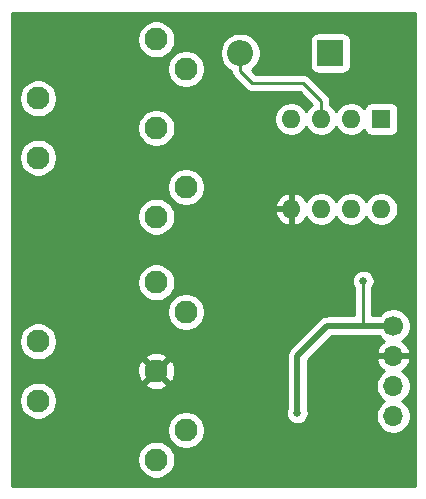
<source format=gbr>
G04 #@! TF.GenerationSoftware,KiCad,Pcbnew,5.1.5-52549c5~84~ubuntu18.04.1*
G04 #@! TF.CreationDate,2020-03-04T13:04:20-05:00*
G04 #@! TF.ProjectId,midi_io,6d696469-5f69-46f2-9e6b-696361645f70,1*
G04 #@! TF.SameCoordinates,Original*
G04 #@! TF.FileFunction,Copper,L2,Bot*
G04 #@! TF.FilePolarity,Positive*
%FSLAX46Y46*%
G04 Gerber Fmt 4.6, Leading zero omitted, Abs format (unit mm)*
G04 Created by KiCad (PCBNEW 5.1.5-52549c5~84~ubuntu18.04.1) date 2020-03-04 13:04:20*
%MOMM*%
%LPD*%
G04 APERTURE LIST*
%ADD10C,1.950000*%
%ADD11O,1.700000X1.700000*%
%ADD12C,1.700000*%
%ADD13O,2.200000X2.200000*%
%ADD14R,2.200000X2.200000*%
%ADD15O,1.600000X1.600000*%
%ADD16R,1.600000X1.600000*%
%ADD17C,0.660400*%
%ADD18C,0.254000*%
%ADD19C,0.508000*%
G04 APERTURE END LIST*
D10*
X134272000Y-112863000D03*
X134272000Y-107863000D03*
X144272000Y-102863000D03*
X146772000Y-105363000D03*
X144272000Y-117863000D03*
X146772000Y-115363000D03*
X144272000Y-110363000D03*
X134272000Y-92289000D03*
X134272000Y-87289000D03*
X144272000Y-82289000D03*
X146772000Y-84789000D03*
X144272000Y-97289000D03*
X146772000Y-94789000D03*
X144272000Y-89789000D03*
D11*
X164338000Y-114173000D03*
X164338000Y-111633000D03*
X164338000Y-109093000D03*
D12*
X164338000Y-106553000D03*
D13*
X151384000Y-83439000D03*
D14*
X159004000Y-83439000D03*
D15*
X163322000Y-96647000D03*
X155702000Y-89027000D03*
X160782000Y-96647000D03*
X158242000Y-89027000D03*
X158242000Y-96647000D03*
X160782000Y-89027000D03*
X155702000Y-96647000D03*
D16*
X163322000Y-89027000D03*
D17*
X161798000Y-102743000D03*
X156210000Y-113919000D03*
D18*
X152368366Y-85979000D02*
X156718000Y-85979000D01*
X158242000Y-87503000D02*
X158242000Y-89027000D01*
X156718000Y-85979000D02*
X158242000Y-87503000D01*
X151384000Y-83439000D02*
X151384000Y-84994634D01*
X151384000Y-84994634D02*
X152368366Y-85979000D01*
D19*
X164338000Y-106553000D02*
X161798000Y-106553000D01*
D18*
X161798000Y-106553000D02*
X161797994Y-106552994D01*
X161798000Y-106553000D02*
X161798000Y-102743000D01*
D19*
X156210000Y-109093000D02*
X156210000Y-113919000D01*
X161798000Y-106553000D02*
X158750000Y-106553000D01*
X158750000Y-106553000D02*
X156210000Y-109093000D01*
D18*
G36*
X166168000Y-120067000D02*
G01*
X132028000Y-120067000D01*
X132028000Y-117704429D01*
X142662000Y-117704429D01*
X142662000Y-118021571D01*
X142723871Y-118332620D01*
X142845237Y-118625621D01*
X143021431Y-118889315D01*
X143245685Y-119113569D01*
X143509379Y-119289763D01*
X143802380Y-119411129D01*
X144113429Y-119473000D01*
X144430571Y-119473000D01*
X144741620Y-119411129D01*
X145034621Y-119289763D01*
X145298315Y-119113569D01*
X145522569Y-118889315D01*
X145698763Y-118625621D01*
X145820129Y-118332620D01*
X145882000Y-118021571D01*
X145882000Y-117704429D01*
X145820129Y-117393380D01*
X145698763Y-117100379D01*
X145522569Y-116836685D01*
X145298315Y-116612431D01*
X145034621Y-116436237D01*
X144741620Y-116314871D01*
X144430571Y-116253000D01*
X144113429Y-116253000D01*
X143802380Y-116314871D01*
X143509379Y-116436237D01*
X143245685Y-116612431D01*
X143021431Y-116836685D01*
X142845237Y-117100379D01*
X142723871Y-117393380D01*
X142662000Y-117704429D01*
X132028000Y-117704429D01*
X132028000Y-115204429D01*
X145162000Y-115204429D01*
X145162000Y-115521571D01*
X145223871Y-115832620D01*
X145345237Y-116125621D01*
X145521431Y-116389315D01*
X145745685Y-116613569D01*
X146009379Y-116789763D01*
X146302380Y-116911129D01*
X146613429Y-116973000D01*
X146930571Y-116973000D01*
X147241620Y-116911129D01*
X147534621Y-116789763D01*
X147798315Y-116613569D01*
X148022569Y-116389315D01*
X148198763Y-116125621D01*
X148320129Y-115832620D01*
X148382000Y-115521571D01*
X148382000Y-115204429D01*
X148320129Y-114893380D01*
X148198763Y-114600379D01*
X148022569Y-114336685D01*
X147798315Y-114112431D01*
X147534621Y-113936237D01*
X147263505Y-113823936D01*
X155244800Y-113823936D01*
X155244800Y-114014064D01*
X155281892Y-114200538D01*
X155354651Y-114376194D01*
X155460280Y-114534279D01*
X155594721Y-114668720D01*
X155752806Y-114774349D01*
X155928462Y-114847108D01*
X156114936Y-114884200D01*
X156305064Y-114884200D01*
X156491538Y-114847108D01*
X156667194Y-114774349D01*
X156825279Y-114668720D01*
X156959720Y-114534279D01*
X157065349Y-114376194D01*
X157138108Y-114200538D01*
X157175200Y-114014064D01*
X157175200Y-113823936D01*
X157138108Y-113637462D01*
X157099000Y-113543047D01*
X157099000Y-111486740D01*
X162853000Y-111486740D01*
X162853000Y-111779260D01*
X162910068Y-112066158D01*
X163022010Y-112336411D01*
X163184525Y-112579632D01*
X163391368Y-112786475D01*
X163565760Y-112903000D01*
X163391368Y-113019525D01*
X163184525Y-113226368D01*
X163022010Y-113469589D01*
X162910068Y-113739842D01*
X162853000Y-114026740D01*
X162853000Y-114319260D01*
X162910068Y-114606158D01*
X163022010Y-114876411D01*
X163184525Y-115119632D01*
X163391368Y-115326475D01*
X163634589Y-115488990D01*
X163904842Y-115600932D01*
X164191740Y-115658000D01*
X164484260Y-115658000D01*
X164771158Y-115600932D01*
X165041411Y-115488990D01*
X165284632Y-115326475D01*
X165491475Y-115119632D01*
X165653990Y-114876411D01*
X165765932Y-114606158D01*
X165823000Y-114319260D01*
X165823000Y-114026740D01*
X165765932Y-113739842D01*
X165653990Y-113469589D01*
X165491475Y-113226368D01*
X165284632Y-113019525D01*
X165110240Y-112903000D01*
X165284632Y-112786475D01*
X165491475Y-112579632D01*
X165653990Y-112336411D01*
X165765932Y-112066158D01*
X165823000Y-111779260D01*
X165823000Y-111486740D01*
X165765932Y-111199842D01*
X165653990Y-110929589D01*
X165491475Y-110686368D01*
X165284632Y-110479525D01*
X165102466Y-110357805D01*
X165219355Y-110288178D01*
X165435588Y-110093269D01*
X165609641Y-109859920D01*
X165734825Y-109597099D01*
X165779476Y-109449890D01*
X165658155Y-109220000D01*
X164465000Y-109220000D01*
X164465000Y-109240000D01*
X164211000Y-109240000D01*
X164211000Y-109220000D01*
X163017845Y-109220000D01*
X162896524Y-109449890D01*
X162941175Y-109597099D01*
X163066359Y-109859920D01*
X163240412Y-110093269D01*
X163456645Y-110288178D01*
X163573534Y-110357805D01*
X163391368Y-110479525D01*
X163184525Y-110686368D01*
X163022010Y-110929589D01*
X162910068Y-111199842D01*
X162853000Y-111486740D01*
X157099000Y-111486740D01*
X157099000Y-109461235D01*
X159118236Y-107442000D01*
X163146017Y-107442000D01*
X163184525Y-107499632D01*
X163391368Y-107706475D01*
X163573534Y-107828195D01*
X163456645Y-107897822D01*
X163240412Y-108092731D01*
X163066359Y-108326080D01*
X162941175Y-108588901D01*
X162896524Y-108736110D01*
X163017845Y-108966000D01*
X164211000Y-108966000D01*
X164211000Y-108946000D01*
X164465000Y-108946000D01*
X164465000Y-108966000D01*
X165658155Y-108966000D01*
X165779476Y-108736110D01*
X165734825Y-108588901D01*
X165609641Y-108326080D01*
X165435588Y-108092731D01*
X165219355Y-107897822D01*
X165102466Y-107828195D01*
X165284632Y-107706475D01*
X165491475Y-107499632D01*
X165653990Y-107256411D01*
X165765932Y-106986158D01*
X165823000Y-106699260D01*
X165823000Y-106406740D01*
X165765932Y-106119842D01*
X165653990Y-105849589D01*
X165491475Y-105606368D01*
X165284632Y-105399525D01*
X165041411Y-105237010D01*
X164771158Y-105125068D01*
X164484260Y-105068000D01*
X164191740Y-105068000D01*
X163904842Y-105125068D01*
X163634589Y-105237010D01*
X163391368Y-105399525D01*
X163184525Y-105606368D01*
X163146017Y-105664000D01*
X162560000Y-105664000D01*
X162560000Y-103339901D01*
X162653349Y-103200194D01*
X162726108Y-103024538D01*
X162763200Y-102838064D01*
X162763200Y-102647936D01*
X162726108Y-102461462D01*
X162653349Y-102285806D01*
X162547720Y-102127721D01*
X162413279Y-101993280D01*
X162255194Y-101887651D01*
X162079538Y-101814892D01*
X161893064Y-101777800D01*
X161702936Y-101777800D01*
X161516462Y-101814892D01*
X161340806Y-101887651D01*
X161182721Y-101993280D01*
X161048280Y-102127721D01*
X160942651Y-102285806D01*
X160869892Y-102461462D01*
X160832800Y-102647936D01*
X160832800Y-102838064D01*
X160869892Y-103024538D01*
X160942651Y-103200194D01*
X161036001Y-103339902D01*
X161036000Y-105664000D01*
X158793659Y-105664000D01*
X158749999Y-105659700D01*
X158706339Y-105664000D01*
X158706333Y-105664000D01*
X158608924Y-105673594D01*
X158575724Y-105676864D01*
X158474058Y-105707704D01*
X158408149Y-105727697D01*
X158253709Y-105810247D01*
X158118341Y-105921341D01*
X158090506Y-105955258D01*
X155612264Y-108433501D01*
X155578341Y-108461341D01*
X155467247Y-108596710D01*
X155384697Y-108751150D01*
X155333864Y-108918727D01*
X155321000Y-109049334D01*
X155321000Y-109049340D01*
X155316700Y-109093000D01*
X155321000Y-109136660D01*
X155321001Y-113543045D01*
X155281892Y-113637462D01*
X155244800Y-113823936D01*
X147263505Y-113823936D01*
X147241620Y-113814871D01*
X146930571Y-113753000D01*
X146613429Y-113753000D01*
X146302380Y-113814871D01*
X146009379Y-113936237D01*
X145745685Y-114112431D01*
X145521431Y-114336685D01*
X145345237Y-114600379D01*
X145223871Y-114893380D01*
X145162000Y-115204429D01*
X132028000Y-115204429D01*
X132028000Y-112704429D01*
X132662000Y-112704429D01*
X132662000Y-113021571D01*
X132723871Y-113332620D01*
X132845237Y-113625621D01*
X133021431Y-113889315D01*
X133245685Y-114113569D01*
X133509379Y-114289763D01*
X133802380Y-114411129D01*
X134113429Y-114473000D01*
X134430571Y-114473000D01*
X134741620Y-114411129D01*
X135034621Y-114289763D01*
X135298315Y-114113569D01*
X135522569Y-113889315D01*
X135698763Y-113625621D01*
X135820129Y-113332620D01*
X135882000Y-113021571D01*
X135882000Y-112704429D01*
X135820129Y-112393380D01*
X135698763Y-112100379D01*
X135522569Y-111836685D01*
X135298315Y-111612431D01*
X135100992Y-111480584D01*
X143334021Y-111480584D01*
X143426766Y-111742429D01*
X143712120Y-111880820D01*
X144018990Y-111960883D01*
X144335584Y-111979540D01*
X144649733Y-111936074D01*
X144949367Y-111832156D01*
X145117234Y-111742429D01*
X145209979Y-111480584D01*
X144272000Y-110542605D01*
X143334021Y-111480584D01*
X135100992Y-111480584D01*
X135034621Y-111436237D01*
X134741620Y-111314871D01*
X134430571Y-111253000D01*
X134113429Y-111253000D01*
X133802380Y-111314871D01*
X133509379Y-111436237D01*
X133245685Y-111612431D01*
X133021431Y-111836685D01*
X132845237Y-112100379D01*
X132723871Y-112393380D01*
X132662000Y-112704429D01*
X132028000Y-112704429D01*
X132028000Y-110426584D01*
X142655460Y-110426584D01*
X142698926Y-110740733D01*
X142802844Y-111040367D01*
X142892571Y-111208234D01*
X143154416Y-111300979D01*
X144092395Y-110363000D01*
X144451605Y-110363000D01*
X145389584Y-111300979D01*
X145651429Y-111208234D01*
X145789820Y-110922880D01*
X145869883Y-110616010D01*
X145888540Y-110299416D01*
X145845074Y-109985267D01*
X145741156Y-109685633D01*
X145651429Y-109517766D01*
X145389584Y-109425021D01*
X144451605Y-110363000D01*
X144092395Y-110363000D01*
X143154416Y-109425021D01*
X142892571Y-109517766D01*
X142754180Y-109803120D01*
X142674117Y-110109990D01*
X142655460Y-110426584D01*
X132028000Y-110426584D01*
X132028000Y-107704429D01*
X132662000Y-107704429D01*
X132662000Y-108021571D01*
X132723871Y-108332620D01*
X132845237Y-108625621D01*
X133021431Y-108889315D01*
X133245685Y-109113569D01*
X133509379Y-109289763D01*
X133802380Y-109411129D01*
X134113429Y-109473000D01*
X134430571Y-109473000D01*
X134741620Y-109411129D01*
X135034621Y-109289763D01*
X135100991Y-109245416D01*
X143334021Y-109245416D01*
X144272000Y-110183395D01*
X145209979Y-109245416D01*
X145117234Y-108983571D01*
X144831880Y-108845180D01*
X144525010Y-108765117D01*
X144208416Y-108746460D01*
X143894267Y-108789926D01*
X143594633Y-108893844D01*
X143426766Y-108983571D01*
X143334021Y-109245416D01*
X135100991Y-109245416D01*
X135298315Y-109113569D01*
X135522569Y-108889315D01*
X135698763Y-108625621D01*
X135820129Y-108332620D01*
X135882000Y-108021571D01*
X135882000Y-107704429D01*
X135820129Y-107393380D01*
X135698763Y-107100379D01*
X135522569Y-106836685D01*
X135298315Y-106612431D01*
X135034621Y-106436237D01*
X134741620Y-106314871D01*
X134430571Y-106253000D01*
X134113429Y-106253000D01*
X133802380Y-106314871D01*
X133509379Y-106436237D01*
X133245685Y-106612431D01*
X133021431Y-106836685D01*
X132845237Y-107100379D01*
X132723871Y-107393380D01*
X132662000Y-107704429D01*
X132028000Y-107704429D01*
X132028000Y-105204429D01*
X145162000Y-105204429D01*
X145162000Y-105521571D01*
X145223871Y-105832620D01*
X145345237Y-106125621D01*
X145521431Y-106389315D01*
X145745685Y-106613569D01*
X146009379Y-106789763D01*
X146302380Y-106911129D01*
X146613429Y-106973000D01*
X146930571Y-106973000D01*
X147241620Y-106911129D01*
X147534621Y-106789763D01*
X147798315Y-106613569D01*
X148022569Y-106389315D01*
X148198763Y-106125621D01*
X148320129Y-105832620D01*
X148382000Y-105521571D01*
X148382000Y-105204429D01*
X148320129Y-104893380D01*
X148198763Y-104600379D01*
X148022569Y-104336685D01*
X147798315Y-104112431D01*
X147534621Y-103936237D01*
X147241620Y-103814871D01*
X146930571Y-103753000D01*
X146613429Y-103753000D01*
X146302380Y-103814871D01*
X146009379Y-103936237D01*
X145745685Y-104112431D01*
X145521431Y-104336685D01*
X145345237Y-104600379D01*
X145223871Y-104893380D01*
X145162000Y-105204429D01*
X132028000Y-105204429D01*
X132028000Y-102704429D01*
X142662000Y-102704429D01*
X142662000Y-103021571D01*
X142723871Y-103332620D01*
X142845237Y-103625621D01*
X143021431Y-103889315D01*
X143245685Y-104113569D01*
X143509379Y-104289763D01*
X143802380Y-104411129D01*
X144113429Y-104473000D01*
X144430571Y-104473000D01*
X144741620Y-104411129D01*
X145034621Y-104289763D01*
X145298315Y-104113569D01*
X145522569Y-103889315D01*
X145698763Y-103625621D01*
X145820129Y-103332620D01*
X145882000Y-103021571D01*
X145882000Y-102704429D01*
X145820129Y-102393380D01*
X145698763Y-102100379D01*
X145522569Y-101836685D01*
X145298315Y-101612431D01*
X145034621Y-101436237D01*
X144741620Y-101314871D01*
X144430571Y-101253000D01*
X144113429Y-101253000D01*
X143802380Y-101314871D01*
X143509379Y-101436237D01*
X143245685Y-101612431D01*
X143021431Y-101836685D01*
X142845237Y-102100379D01*
X142723871Y-102393380D01*
X142662000Y-102704429D01*
X132028000Y-102704429D01*
X132028000Y-97130429D01*
X142662000Y-97130429D01*
X142662000Y-97447571D01*
X142723871Y-97758620D01*
X142845237Y-98051621D01*
X143021431Y-98315315D01*
X143245685Y-98539569D01*
X143509379Y-98715763D01*
X143802380Y-98837129D01*
X144113429Y-98899000D01*
X144430571Y-98899000D01*
X144741620Y-98837129D01*
X145034621Y-98715763D01*
X145298315Y-98539569D01*
X145522569Y-98315315D01*
X145698763Y-98051621D01*
X145820129Y-97758620D01*
X145882000Y-97447571D01*
X145882000Y-97130429D01*
X145855269Y-96996040D01*
X154310091Y-96996040D01*
X154404930Y-97260881D01*
X154549615Y-97502131D01*
X154738586Y-97710519D01*
X154964580Y-97878037D01*
X155218913Y-97998246D01*
X155352961Y-98038904D01*
X155575000Y-97916915D01*
X155575000Y-96774000D01*
X154431376Y-96774000D01*
X154310091Y-96996040D01*
X145855269Y-96996040D01*
X145820129Y-96819380D01*
X145698763Y-96526379D01*
X145522569Y-96262685D01*
X145298315Y-96038431D01*
X145034621Y-95862237D01*
X144741620Y-95740871D01*
X144430571Y-95679000D01*
X144113429Y-95679000D01*
X143802380Y-95740871D01*
X143509379Y-95862237D01*
X143245685Y-96038431D01*
X143021431Y-96262685D01*
X142845237Y-96526379D01*
X142723871Y-96819380D01*
X142662000Y-97130429D01*
X132028000Y-97130429D01*
X132028000Y-94630429D01*
X145162000Y-94630429D01*
X145162000Y-94947571D01*
X145223871Y-95258620D01*
X145345237Y-95551621D01*
X145521431Y-95815315D01*
X145745685Y-96039569D01*
X146009379Y-96215763D01*
X146302380Y-96337129D01*
X146613429Y-96399000D01*
X146930571Y-96399000D01*
X147241620Y-96337129D01*
X147336181Y-96297960D01*
X154310091Y-96297960D01*
X154431376Y-96520000D01*
X155575000Y-96520000D01*
X155575000Y-95377085D01*
X155829000Y-95377085D01*
X155829000Y-96520000D01*
X155849000Y-96520000D01*
X155849000Y-96774000D01*
X155829000Y-96774000D01*
X155829000Y-97916915D01*
X156051039Y-98038904D01*
X156185087Y-97998246D01*
X156439420Y-97878037D01*
X156665414Y-97710519D01*
X156854385Y-97502131D01*
X156965933Y-97316135D01*
X156970320Y-97326727D01*
X157127363Y-97561759D01*
X157327241Y-97761637D01*
X157562273Y-97918680D01*
X157823426Y-98026853D01*
X158100665Y-98082000D01*
X158383335Y-98082000D01*
X158660574Y-98026853D01*
X158921727Y-97918680D01*
X159156759Y-97761637D01*
X159356637Y-97561759D01*
X159512000Y-97329241D01*
X159667363Y-97561759D01*
X159867241Y-97761637D01*
X160102273Y-97918680D01*
X160363426Y-98026853D01*
X160640665Y-98082000D01*
X160923335Y-98082000D01*
X161200574Y-98026853D01*
X161461727Y-97918680D01*
X161696759Y-97761637D01*
X161896637Y-97561759D01*
X162052000Y-97329241D01*
X162207363Y-97561759D01*
X162407241Y-97761637D01*
X162642273Y-97918680D01*
X162903426Y-98026853D01*
X163180665Y-98082000D01*
X163463335Y-98082000D01*
X163740574Y-98026853D01*
X164001727Y-97918680D01*
X164236759Y-97761637D01*
X164436637Y-97561759D01*
X164593680Y-97326727D01*
X164701853Y-97065574D01*
X164757000Y-96788335D01*
X164757000Y-96505665D01*
X164701853Y-96228426D01*
X164593680Y-95967273D01*
X164436637Y-95732241D01*
X164236759Y-95532363D01*
X164001727Y-95375320D01*
X163740574Y-95267147D01*
X163463335Y-95212000D01*
X163180665Y-95212000D01*
X162903426Y-95267147D01*
X162642273Y-95375320D01*
X162407241Y-95532363D01*
X162207363Y-95732241D01*
X162052000Y-95964759D01*
X161896637Y-95732241D01*
X161696759Y-95532363D01*
X161461727Y-95375320D01*
X161200574Y-95267147D01*
X160923335Y-95212000D01*
X160640665Y-95212000D01*
X160363426Y-95267147D01*
X160102273Y-95375320D01*
X159867241Y-95532363D01*
X159667363Y-95732241D01*
X159512000Y-95964759D01*
X159356637Y-95732241D01*
X159156759Y-95532363D01*
X158921727Y-95375320D01*
X158660574Y-95267147D01*
X158383335Y-95212000D01*
X158100665Y-95212000D01*
X157823426Y-95267147D01*
X157562273Y-95375320D01*
X157327241Y-95532363D01*
X157127363Y-95732241D01*
X156970320Y-95967273D01*
X156965933Y-95977865D01*
X156854385Y-95791869D01*
X156665414Y-95583481D01*
X156439420Y-95415963D01*
X156185087Y-95295754D01*
X156051039Y-95255096D01*
X155829000Y-95377085D01*
X155575000Y-95377085D01*
X155352961Y-95255096D01*
X155218913Y-95295754D01*
X154964580Y-95415963D01*
X154738586Y-95583481D01*
X154549615Y-95791869D01*
X154404930Y-96033119D01*
X154310091Y-96297960D01*
X147336181Y-96297960D01*
X147534621Y-96215763D01*
X147798315Y-96039569D01*
X148022569Y-95815315D01*
X148198763Y-95551621D01*
X148320129Y-95258620D01*
X148382000Y-94947571D01*
X148382000Y-94630429D01*
X148320129Y-94319380D01*
X148198763Y-94026379D01*
X148022569Y-93762685D01*
X147798315Y-93538431D01*
X147534621Y-93362237D01*
X147241620Y-93240871D01*
X146930571Y-93179000D01*
X146613429Y-93179000D01*
X146302380Y-93240871D01*
X146009379Y-93362237D01*
X145745685Y-93538431D01*
X145521431Y-93762685D01*
X145345237Y-94026379D01*
X145223871Y-94319380D01*
X145162000Y-94630429D01*
X132028000Y-94630429D01*
X132028000Y-92130429D01*
X132662000Y-92130429D01*
X132662000Y-92447571D01*
X132723871Y-92758620D01*
X132845237Y-93051621D01*
X133021431Y-93315315D01*
X133245685Y-93539569D01*
X133509379Y-93715763D01*
X133802380Y-93837129D01*
X134113429Y-93899000D01*
X134430571Y-93899000D01*
X134741620Y-93837129D01*
X135034621Y-93715763D01*
X135298315Y-93539569D01*
X135522569Y-93315315D01*
X135698763Y-93051621D01*
X135820129Y-92758620D01*
X135882000Y-92447571D01*
X135882000Y-92130429D01*
X135820129Y-91819380D01*
X135698763Y-91526379D01*
X135522569Y-91262685D01*
X135298315Y-91038431D01*
X135034621Y-90862237D01*
X134741620Y-90740871D01*
X134430571Y-90679000D01*
X134113429Y-90679000D01*
X133802380Y-90740871D01*
X133509379Y-90862237D01*
X133245685Y-91038431D01*
X133021431Y-91262685D01*
X132845237Y-91526379D01*
X132723871Y-91819380D01*
X132662000Y-92130429D01*
X132028000Y-92130429D01*
X132028000Y-89630429D01*
X142662000Y-89630429D01*
X142662000Y-89947571D01*
X142723871Y-90258620D01*
X142845237Y-90551621D01*
X143021431Y-90815315D01*
X143245685Y-91039569D01*
X143509379Y-91215763D01*
X143802380Y-91337129D01*
X144113429Y-91399000D01*
X144430571Y-91399000D01*
X144741620Y-91337129D01*
X145034621Y-91215763D01*
X145298315Y-91039569D01*
X145522569Y-90815315D01*
X145698763Y-90551621D01*
X145820129Y-90258620D01*
X145882000Y-89947571D01*
X145882000Y-89630429D01*
X145820129Y-89319380D01*
X145698763Y-89026379D01*
X145522569Y-88762685D01*
X145298315Y-88538431D01*
X145034621Y-88362237D01*
X144741620Y-88240871D01*
X144430571Y-88179000D01*
X144113429Y-88179000D01*
X143802380Y-88240871D01*
X143509379Y-88362237D01*
X143245685Y-88538431D01*
X143021431Y-88762685D01*
X142845237Y-89026379D01*
X142723871Y-89319380D01*
X142662000Y-89630429D01*
X132028000Y-89630429D01*
X132028000Y-87130429D01*
X132662000Y-87130429D01*
X132662000Y-87447571D01*
X132723871Y-87758620D01*
X132845237Y-88051621D01*
X133021431Y-88315315D01*
X133245685Y-88539569D01*
X133509379Y-88715763D01*
X133802380Y-88837129D01*
X134113429Y-88899000D01*
X134430571Y-88899000D01*
X134741620Y-88837129D01*
X135034621Y-88715763D01*
X135298315Y-88539569D01*
X135522569Y-88315315D01*
X135698763Y-88051621D01*
X135820129Y-87758620D01*
X135882000Y-87447571D01*
X135882000Y-87130429D01*
X135820129Y-86819380D01*
X135698763Y-86526379D01*
X135522569Y-86262685D01*
X135298315Y-86038431D01*
X135034621Y-85862237D01*
X134741620Y-85740871D01*
X134430571Y-85679000D01*
X134113429Y-85679000D01*
X133802380Y-85740871D01*
X133509379Y-85862237D01*
X133245685Y-86038431D01*
X133021431Y-86262685D01*
X132845237Y-86526379D01*
X132723871Y-86819380D01*
X132662000Y-87130429D01*
X132028000Y-87130429D01*
X132028000Y-84630429D01*
X145162000Y-84630429D01*
X145162000Y-84947571D01*
X145223871Y-85258620D01*
X145345237Y-85551621D01*
X145521431Y-85815315D01*
X145745685Y-86039569D01*
X146009379Y-86215763D01*
X146302380Y-86337129D01*
X146613429Y-86399000D01*
X146930571Y-86399000D01*
X147241620Y-86337129D01*
X147534621Y-86215763D01*
X147798315Y-86039569D01*
X148022569Y-85815315D01*
X148198763Y-85551621D01*
X148320129Y-85258620D01*
X148382000Y-84947571D01*
X148382000Y-84630429D01*
X148320129Y-84319380D01*
X148198763Y-84026379D01*
X148022569Y-83762685D01*
X147798315Y-83538431D01*
X147534621Y-83362237D01*
X147307398Y-83268117D01*
X149649000Y-83268117D01*
X149649000Y-83609883D01*
X149715675Y-83945081D01*
X149846463Y-84260831D01*
X150036337Y-84544998D01*
X150278002Y-84786663D01*
X150562169Y-84976537D01*
X150618844Y-85000012D01*
X150633027Y-85144012D01*
X150676599Y-85287649D01*
X150747355Y-85420026D01*
X150818721Y-85506985D01*
X150842579Y-85536056D01*
X150871649Y-85559913D01*
X151803087Y-86491351D01*
X151826944Y-86520422D01*
X151856014Y-86544279D01*
X151942973Y-86615645D01*
X152013730Y-86653465D01*
X152075351Y-86686402D01*
X152218988Y-86729974D01*
X152330940Y-86741000D01*
X152330943Y-86741000D01*
X152368366Y-86744686D01*
X152405789Y-86741000D01*
X156402370Y-86741000D01*
X157475002Y-87813633D01*
X157327241Y-87912363D01*
X157127363Y-88112241D01*
X156972000Y-88344759D01*
X156816637Y-88112241D01*
X156616759Y-87912363D01*
X156381727Y-87755320D01*
X156120574Y-87647147D01*
X155843335Y-87592000D01*
X155560665Y-87592000D01*
X155283426Y-87647147D01*
X155022273Y-87755320D01*
X154787241Y-87912363D01*
X154587363Y-88112241D01*
X154430320Y-88347273D01*
X154322147Y-88608426D01*
X154267000Y-88885665D01*
X154267000Y-89168335D01*
X154322147Y-89445574D01*
X154430320Y-89706727D01*
X154587363Y-89941759D01*
X154787241Y-90141637D01*
X155022273Y-90298680D01*
X155283426Y-90406853D01*
X155560665Y-90462000D01*
X155843335Y-90462000D01*
X156120574Y-90406853D01*
X156381727Y-90298680D01*
X156616759Y-90141637D01*
X156816637Y-89941759D01*
X156972000Y-89709241D01*
X157127363Y-89941759D01*
X157327241Y-90141637D01*
X157562273Y-90298680D01*
X157823426Y-90406853D01*
X158100665Y-90462000D01*
X158383335Y-90462000D01*
X158660574Y-90406853D01*
X158921727Y-90298680D01*
X159156759Y-90141637D01*
X159356637Y-89941759D01*
X159512000Y-89709241D01*
X159667363Y-89941759D01*
X159867241Y-90141637D01*
X160102273Y-90298680D01*
X160363426Y-90406853D01*
X160640665Y-90462000D01*
X160923335Y-90462000D01*
X161200574Y-90406853D01*
X161461727Y-90298680D01*
X161696759Y-90141637D01*
X161895357Y-89943039D01*
X161896188Y-89951482D01*
X161932498Y-90071180D01*
X161991463Y-90181494D01*
X162070815Y-90278185D01*
X162167506Y-90357537D01*
X162277820Y-90416502D01*
X162397518Y-90452812D01*
X162522000Y-90465072D01*
X164122000Y-90465072D01*
X164246482Y-90452812D01*
X164366180Y-90416502D01*
X164476494Y-90357537D01*
X164573185Y-90278185D01*
X164652537Y-90181494D01*
X164711502Y-90071180D01*
X164747812Y-89951482D01*
X164760072Y-89827000D01*
X164760072Y-88227000D01*
X164747812Y-88102518D01*
X164711502Y-87982820D01*
X164652537Y-87872506D01*
X164573185Y-87775815D01*
X164476494Y-87696463D01*
X164366180Y-87637498D01*
X164246482Y-87601188D01*
X164122000Y-87588928D01*
X162522000Y-87588928D01*
X162397518Y-87601188D01*
X162277820Y-87637498D01*
X162167506Y-87696463D01*
X162070815Y-87775815D01*
X161991463Y-87872506D01*
X161932498Y-87982820D01*
X161896188Y-88102518D01*
X161895357Y-88110961D01*
X161696759Y-87912363D01*
X161461727Y-87755320D01*
X161200574Y-87647147D01*
X160923335Y-87592000D01*
X160640665Y-87592000D01*
X160363426Y-87647147D01*
X160102273Y-87755320D01*
X159867241Y-87912363D01*
X159667363Y-88112241D01*
X159512000Y-88344759D01*
X159356637Y-88112241D01*
X159156759Y-87912363D01*
X159004000Y-87810293D01*
X159004000Y-87540422D01*
X159007686Y-87502999D01*
X159002227Y-87447571D01*
X158992974Y-87353622D01*
X158949402Y-87209985D01*
X158878645Y-87077608D01*
X158783422Y-86961578D01*
X158754353Y-86937722D01*
X157283284Y-85466654D01*
X157259422Y-85437578D01*
X157143392Y-85342355D01*
X157011015Y-85271598D01*
X156867378Y-85228026D01*
X156755426Y-85217000D01*
X156755423Y-85217000D01*
X156718000Y-85213314D01*
X156680577Y-85217000D01*
X152683997Y-85217000D01*
X152348323Y-84881327D01*
X152489998Y-84786663D01*
X152731663Y-84544998D01*
X152921537Y-84260831D01*
X153052325Y-83945081D01*
X153119000Y-83609883D01*
X153119000Y-83268117D01*
X153052325Y-82932919D01*
X152921537Y-82617169D01*
X152735671Y-82339000D01*
X157265928Y-82339000D01*
X157265928Y-84539000D01*
X157278188Y-84663482D01*
X157314498Y-84783180D01*
X157373463Y-84893494D01*
X157452815Y-84990185D01*
X157549506Y-85069537D01*
X157659820Y-85128502D01*
X157779518Y-85164812D01*
X157904000Y-85177072D01*
X160104000Y-85177072D01*
X160228482Y-85164812D01*
X160348180Y-85128502D01*
X160458494Y-85069537D01*
X160555185Y-84990185D01*
X160634537Y-84893494D01*
X160693502Y-84783180D01*
X160729812Y-84663482D01*
X160742072Y-84539000D01*
X160742072Y-82339000D01*
X160729812Y-82214518D01*
X160693502Y-82094820D01*
X160634537Y-81984506D01*
X160555185Y-81887815D01*
X160458494Y-81808463D01*
X160348180Y-81749498D01*
X160228482Y-81713188D01*
X160104000Y-81700928D01*
X157904000Y-81700928D01*
X157779518Y-81713188D01*
X157659820Y-81749498D01*
X157549506Y-81808463D01*
X157452815Y-81887815D01*
X157373463Y-81984506D01*
X157314498Y-82094820D01*
X157278188Y-82214518D01*
X157265928Y-82339000D01*
X152735671Y-82339000D01*
X152731663Y-82333002D01*
X152489998Y-82091337D01*
X152205831Y-81901463D01*
X151890081Y-81770675D01*
X151554883Y-81704000D01*
X151213117Y-81704000D01*
X150877919Y-81770675D01*
X150562169Y-81901463D01*
X150278002Y-82091337D01*
X150036337Y-82333002D01*
X149846463Y-82617169D01*
X149715675Y-82932919D01*
X149649000Y-83268117D01*
X147307398Y-83268117D01*
X147241620Y-83240871D01*
X146930571Y-83179000D01*
X146613429Y-83179000D01*
X146302380Y-83240871D01*
X146009379Y-83362237D01*
X145745685Y-83538431D01*
X145521431Y-83762685D01*
X145345237Y-84026379D01*
X145223871Y-84319380D01*
X145162000Y-84630429D01*
X132028000Y-84630429D01*
X132028000Y-82130429D01*
X142662000Y-82130429D01*
X142662000Y-82447571D01*
X142723871Y-82758620D01*
X142845237Y-83051621D01*
X143021431Y-83315315D01*
X143245685Y-83539569D01*
X143509379Y-83715763D01*
X143802380Y-83837129D01*
X144113429Y-83899000D01*
X144430571Y-83899000D01*
X144741620Y-83837129D01*
X145034621Y-83715763D01*
X145298315Y-83539569D01*
X145522569Y-83315315D01*
X145698763Y-83051621D01*
X145820129Y-82758620D01*
X145882000Y-82447571D01*
X145882000Y-82130429D01*
X145820129Y-81819380D01*
X145698763Y-81526379D01*
X145522569Y-81262685D01*
X145298315Y-81038431D01*
X145034621Y-80862237D01*
X144741620Y-80740871D01*
X144430571Y-80679000D01*
X144113429Y-80679000D01*
X143802380Y-80740871D01*
X143509379Y-80862237D01*
X143245685Y-81038431D01*
X143021431Y-81262685D01*
X142845237Y-81526379D01*
X142723871Y-81819380D01*
X142662000Y-82130429D01*
X132028000Y-82130429D01*
X132028000Y-80085000D01*
X166168001Y-80085000D01*
X166168000Y-120067000D01*
G37*
X166168000Y-120067000D02*
X132028000Y-120067000D01*
X132028000Y-117704429D01*
X142662000Y-117704429D01*
X142662000Y-118021571D01*
X142723871Y-118332620D01*
X142845237Y-118625621D01*
X143021431Y-118889315D01*
X143245685Y-119113569D01*
X143509379Y-119289763D01*
X143802380Y-119411129D01*
X144113429Y-119473000D01*
X144430571Y-119473000D01*
X144741620Y-119411129D01*
X145034621Y-119289763D01*
X145298315Y-119113569D01*
X145522569Y-118889315D01*
X145698763Y-118625621D01*
X145820129Y-118332620D01*
X145882000Y-118021571D01*
X145882000Y-117704429D01*
X145820129Y-117393380D01*
X145698763Y-117100379D01*
X145522569Y-116836685D01*
X145298315Y-116612431D01*
X145034621Y-116436237D01*
X144741620Y-116314871D01*
X144430571Y-116253000D01*
X144113429Y-116253000D01*
X143802380Y-116314871D01*
X143509379Y-116436237D01*
X143245685Y-116612431D01*
X143021431Y-116836685D01*
X142845237Y-117100379D01*
X142723871Y-117393380D01*
X142662000Y-117704429D01*
X132028000Y-117704429D01*
X132028000Y-115204429D01*
X145162000Y-115204429D01*
X145162000Y-115521571D01*
X145223871Y-115832620D01*
X145345237Y-116125621D01*
X145521431Y-116389315D01*
X145745685Y-116613569D01*
X146009379Y-116789763D01*
X146302380Y-116911129D01*
X146613429Y-116973000D01*
X146930571Y-116973000D01*
X147241620Y-116911129D01*
X147534621Y-116789763D01*
X147798315Y-116613569D01*
X148022569Y-116389315D01*
X148198763Y-116125621D01*
X148320129Y-115832620D01*
X148382000Y-115521571D01*
X148382000Y-115204429D01*
X148320129Y-114893380D01*
X148198763Y-114600379D01*
X148022569Y-114336685D01*
X147798315Y-114112431D01*
X147534621Y-113936237D01*
X147263505Y-113823936D01*
X155244800Y-113823936D01*
X155244800Y-114014064D01*
X155281892Y-114200538D01*
X155354651Y-114376194D01*
X155460280Y-114534279D01*
X155594721Y-114668720D01*
X155752806Y-114774349D01*
X155928462Y-114847108D01*
X156114936Y-114884200D01*
X156305064Y-114884200D01*
X156491538Y-114847108D01*
X156667194Y-114774349D01*
X156825279Y-114668720D01*
X156959720Y-114534279D01*
X157065349Y-114376194D01*
X157138108Y-114200538D01*
X157175200Y-114014064D01*
X157175200Y-113823936D01*
X157138108Y-113637462D01*
X157099000Y-113543047D01*
X157099000Y-111486740D01*
X162853000Y-111486740D01*
X162853000Y-111779260D01*
X162910068Y-112066158D01*
X163022010Y-112336411D01*
X163184525Y-112579632D01*
X163391368Y-112786475D01*
X163565760Y-112903000D01*
X163391368Y-113019525D01*
X163184525Y-113226368D01*
X163022010Y-113469589D01*
X162910068Y-113739842D01*
X162853000Y-114026740D01*
X162853000Y-114319260D01*
X162910068Y-114606158D01*
X163022010Y-114876411D01*
X163184525Y-115119632D01*
X163391368Y-115326475D01*
X163634589Y-115488990D01*
X163904842Y-115600932D01*
X164191740Y-115658000D01*
X164484260Y-115658000D01*
X164771158Y-115600932D01*
X165041411Y-115488990D01*
X165284632Y-115326475D01*
X165491475Y-115119632D01*
X165653990Y-114876411D01*
X165765932Y-114606158D01*
X165823000Y-114319260D01*
X165823000Y-114026740D01*
X165765932Y-113739842D01*
X165653990Y-113469589D01*
X165491475Y-113226368D01*
X165284632Y-113019525D01*
X165110240Y-112903000D01*
X165284632Y-112786475D01*
X165491475Y-112579632D01*
X165653990Y-112336411D01*
X165765932Y-112066158D01*
X165823000Y-111779260D01*
X165823000Y-111486740D01*
X165765932Y-111199842D01*
X165653990Y-110929589D01*
X165491475Y-110686368D01*
X165284632Y-110479525D01*
X165102466Y-110357805D01*
X165219355Y-110288178D01*
X165435588Y-110093269D01*
X165609641Y-109859920D01*
X165734825Y-109597099D01*
X165779476Y-109449890D01*
X165658155Y-109220000D01*
X164465000Y-109220000D01*
X164465000Y-109240000D01*
X164211000Y-109240000D01*
X164211000Y-109220000D01*
X163017845Y-109220000D01*
X162896524Y-109449890D01*
X162941175Y-109597099D01*
X163066359Y-109859920D01*
X163240412Y-110093269D01*
X163456645Y-110288178D01*
X163573534Y-110357805D01*
X163391368Y-110479525D01*
X163184525Y-110686368D01*
X163022010Y-110929589D01*
X162910068Y-111199842D01*
X162853000Y-111486740D01*
X157099000Y-111486740D01*
X157099000Y-109461235D01*
X159118236Y-107442000D01*
X163146017Y-107442000D01*
X163184525Y-107499632D01*
X163391368Y-107706475D01*
X163573534Y-107828195D01*
X163456645Y-107897822D01*
X163240412Y-108092731D01*
X163066359Y-108326080D01*
X162941175Y-108588901D01*
X162896524Y-108736110D01*
X163017845Y-108966000D01*
X164211000Y-108966000D01*
X164211000Y-108946000D01*
X164465000Y-108946000D01*
X164465000Y-108966000D01*
X165658155Y-108966000D01*
X165779476Y-108736110D01*
X165734825Y-108588901D01*
X165609641Y-108326080D01*
X165435588Y-108092731D01*
X165219355Y-107897822D01*
X165102466Y-107828195D01*
X165284632Y-107706475D01*
X165491475Y-107499632D01*
X165653990Y-107256411D01*
X165765932Y-106986158D01*
X165823000Y-106699260D01*
X165823000Y-106406740D01*
X165765932Y-106119842D01*
X165653990Y-105849589D01*
X165491475Y-105606368D01*
X165284632Y-105399525D01*
X165041411Y-105237010D01*
X164771158Y-105125068D01*
X164484260Y-105068000D01*
X164191740Y-105068000D01*
X163904842Y-105125068D01*
X163634589Y-105237010D01*
X163391368Y-105399525D01*
X163184525Y-105606368D01*
X163146017Y-105664000D01*
X162560000Y-105664000D01*
X162560000Y-103339901D01*
X162653349Y-103200194D01*
X162726108Y-103024538D01*
X162763200Y-102838064D01*
X162763200Y-102647936D01*
X162726108Y-102461462D01*
X162653349Y-102285806D01*
X162547720Y-102127721D01*
X162413279Y-101993280D01*
X162255194Y-101887651D01*
X162079538Y-101814892D01*
X161893064Y-101777800D01*
X161702936Y-101777800D01*
X161516462Y-101814892D01*
X161340806Y-101887651D01*
X161182721Y-101993280D01*
X161048280Y-102127721D01*
X160942651Y-102285806D01*
X160869892Y-102461462D01*
X160832800Y-102647936D01*
X160832800Y-102838064D01*
X160869892Y-103024538D01*
X160942651Y-103200194D01*
X161036001Y-103339902D01*
X161036000Y-105664000D01*
X158793659Y-105664000D01*
X158749999Y-105659700D01*
X158706339Y-105664000D01*
X158706333Y-105664000D01*
X158608924Y-105673594D01*
X158575724Y-105676864D01*
X158474058Y-105707704D01*
X158408149Y-105727697D01*
X158253709Y-105810247D01*
X158118341Y-105921341D01*
X158090506Y-105955258D01*
X155612264Y-108433501D01*
X155578341Y-108461341D01*
X155467247Y-108596710D01*
X155384697Y-108751150D01*
X155333864Y-108918727D01*
X155321000Y-109049334D01*
X155321000Y-109049340D01*
X155316700Y-109093000D01*
X155321000Y-109136660D01*
X155321001Y-113543045D01*
X155281892Y-113637462D01*
X155244800Y-113823936D01*
X147263505Y-113823936D01*
X147241620Y-113814871D01*
X146930571Y-113753000D01*
X146613429Y-113753000D01*
X146302380Y-113814871D01*
X146009379Y-113936237D01*
X145745685Y-114112431D01*
X145521431Y-114336685D01*
X145345237Y-114600379D01*
X145223871Y-114893380D01*
X145162000Y-115204429D01*
X132028000Y-115204429D01*
X132028000Y-112704429D01*
X132662000Y-112704429D01*
X132662000Y-113021571D01*
X132723871Y-113332620D01*
X132845237Y-113625621D01*
X133021431Y-113889315D01*
X133245685Y-114113569D01*
X133509379Y-114289763D01*
X133802380Y-114411129D01*
X134113429Y-114473000D01*
X134430571Y-114473000D01*
X134741620Y-114411129D01*
X135034621Y-114289763D01*
X135298315Y-114113569D01*
X135522569Y-113889315D01*
X135698763Y-113625621D01*
X135820129Y-113332620D01*
X135882000Y-113021571D01*
X135882000Y-112704429D01*
X135820129Y-112393380D01*
X135698763Y-112100379D01*
X135522569Y-111836685D01*
X135298315Y-111612431D01*
X135100992Y-111480584D01*
X143334021Y-111480584D01*
X143426766Y-111742429D01*
X143712120Y-111880820D01*
X144018990Y-111960883D01*
X144335584Y-111979540D01*
X144649733Y-111936074D01*
X144949367Y-111832156D01*
X145117234Y-111742429D01*
X145209979Y-111480584D01*
X144272000Y-110542605D01*
X143334021Y-111480584D01*
X135100992Y-111480584D01*
X135034621Y-111436237D01*
X134741620Y-111314871D01*
X134430571Y-111253000D01*
X134113429Y-111253000D01*
X133802380Y-111314871D01*
X133509379Y-111436237D01*
X133245685Y-111612431D01*
X133021431Y-111836685D01*
X132845237Y-112100379D01*
X132723871Y-112393380D01*
X132662000Y-112704429D01*
X132028000Y-112704429D01*
X132028000Y-110426584D01*
X142655460Y-110426584D01*
X142698926Y-110740733D01*
X142802844Y-111040367D01*
X142892571Y-111208234D01*
X143154416Y-111300979D01*
X144092395Y-110363000D01*
X144451605Y-110363000D01*
X145389584Y-111300979D01*
X145651429Y-111208234D01*
X145789820Y-110922880D01*
X145869883Y-110616010D01*
X145888540Y-110299416D01*
X145845074Y-109985267D01*
X145741156Y-109685633D01*
X145651429Y-109517766D01*
X145389584Y-109425021D01*
X144451605Y-110363000D01*
X144092395Y-110363000D01*
X143154416Y-109425021D01*
X142892571Y-109517766D01*
X142754180Y-109803120D01*
X142674117Y-110109990D01*
X142655460Y-110426584D01*
X132028000Y-110426584D01*
X132028000Y-107704429D01*
X132662000Y-107704429D01*
X132662000Y-108021571D01*
X132723871Y-108332620D01*
X132845237Y-108625621D01*
X133021431Y-108889315D01*
X133245685Y-109113569D01*
X133509379Y-109289763D01*
X133802380Y-109411129D01*
X134113429Y-109473000D01*
X134430571Y-109473000D01*
X134741620Y-109411129D01*
X135034621Y-109289763D01*
X135100991Y-109245416D01*
X143334021Y-109245416D01*
X144272000Y-110183395D01*
X145209979Y-109245416D01*
X145117234Y-108983571D01*
X144831880Y-108845180D01*
X144525010Y-108765117D01*
X144208416Y-108746460D01*
X143894267Y-108789926D01*
X143594633Y-108893844D01*
X143426766Y-108983571D01*
X143334021Y-109245416D01*
X135100991Y-109245416D01*
X135298315Y-109113569D01*
X135522569Y-108889315D01*
X135698763Y-108625621D01*
X135820129Y-108332620D01*
X135882000Y-108021571D01*
X135882000Y-107704429D01*
X135820129Y-107393380D01*
X135698763Y-107100379D01*
X135522569Y-106836685D01*
X135298315Y-106612431D01*
X135034621Y-106436237D01*
X134741620Y-106314871D01*
X134430571Y-106253000D01*
X134113429Y-106253000D01*
X133802380Y-106314871D01*
X133509379Y-106436237D01*
X133245685Y-106612431D01*
X133021431Y-106836685D01*
X132845237Y-107100379D01*
X132723871Y-107393380D01*
X132662000Y-107704429D01*
X132028000Y-107704429D01*
X132028000Y-105204429D01*
X145162000Y-105204429D01*
X145162000Y-105521571D01*
X145223871Y-105832620D01*
X145345237Y-106125621D01*
X145521431Y-106389315D01*
X145745685Y-106613569D01*
X146009379Y-106789763D01*
X146302380Y-106911129D01*
X146613429Y-106973000D01*
X146930571Y-106973000D01*
X147241620Y-106911129D01*
X147534621Y-106789763D01*
X147798315Y-106613569D01*
X148022569Y-106389315D01*
X148198763Y-106125621D01*
X148320129Y-105832620D01*
X148382000Y-105521571D01*
X148382000Y-105204429D01*
X148320129Y-104893380D01*
X148198763Y-104600379D01*
X148022569Y-104336685D01*
X147798315Y-104112431D01*
X147534621Y-103936237D01*
X147241620Y-103814871D01*
X146930571Y-103753000D01*
X146613429Y-103753000D01*
X146302380Y-103814871D01*
X146009379Y-103936237D01*
X145745685Y-104112431D01*
X145521431Y-104336685D01*
X145345237Y-104600379D01*
X145223871Y-104893380D01*
X145162000Y-105204429D01*
X132028000Y-105204429D01*
X132028000Y-102704429D01*
X142662000Y-102704429D01*
X142662000Y-103021571D01*
X142723871Y-103332620D01*
X142845237Y-103625621D01*
X143021431Y-103889315D01*
X143245685Y-104113569D01*
X143509379Y-104289763D01*
X143802380Y-104411129D01*
X144113429Y-104473000D01*
X144430571Y-104473000D01*
X144741620Y-104411129D01*
X145034621Y-104289763D01*
X145298315Y-104113569D01*
X145522569Y-103889315D01*
X145698763Y-103625621D01*
X145820129Y-103332620D01*
X145882000Y-103021571D01*
X145882000Y-102704429D01*
X145820129Y-102393380D01*
X145698763Y-102100379D01*
X145522569Y-101836685D01*
X145298315Y-101612431D01*
X145034621Y-101436237D01*
X144741620Y-101314871D01*
X144430571Y-101253000D01*
X144113429Y-101253000D01*
X143802380Y-101314871D01*
X143509379Y-101436237D01*
X143245685Y-101612431D01*
X143021431Y-101836685D01*
X142845237Y-102100379D01*
X142723871Y-102393380D01*
X142662000Y-102704429D01*
X132028000Y-102704429D01*
X132028000Y-97130429D01*
X142662000Y-97130429D01*
X142662000Y-97447571D01*
X142723871Y-97758620D01*
X142845237Y-98051621D01*
X143021431Y-98315315D01*
X143245685Y-98539569D01*
X143509379Y-98715763D01*
X143802380Y-98837129D01*
X144113429Y-98899000D01*
X144430571Y-98899000D01*
X144741620Y-98837129D01*
X145034621Y-98715763D01*
X145298315Y-98539569D01*
X145522569Y-98315315D01*
X145698763Y-98051621D01*
X145820129Y-97758620D01*
X145882000Y-97447571D01*
X145882000Y-97130429D01*
X145855269Y-96996040D01*
X154310091Y-96996040D01*
X154404930Y-97260881D01*
X154549615Y-97502131D01*
X154738586Y-97710519D01*
X154964580Y-97878037D01*
X155218913Y-97998246D01*
X155352961Y-98038904D01*
X155575000Y-97916915D01*
X155575000Y-96774000D01*
X154431376Y-96774000D01*
X154310091Y-96996040D01*
X145855269Y-96996040D01*
X145820129Y-96819380D01*
X145698763Y-96526379D01*
X145522569Y-96262685D01*
X145298315Y-96038431D01*
X145034621Y-95862237D01*
X144741620Y-95740871D01*
X144430571Y-95679000D01*
X144113429Y-95679000D01*
X143802380Y-95740871D01*
X143509379Y-95862237D01*
X143245685Y-96038431D01*
X143021431Y-96262685D01*
X142845237Y-96526379D01*
X142723871Y-96819380D01*
X142662000Y-97130429D01*
X132028000Y-97130429D01*
X132028000Y-94630429D01*
X145162000Y-94630429D01*
X145162000Y-94947571D01*
X145223871Y-95258620D01*
X145345237Y-95551621D01*
X145521431Y-95815315D01*
X145745685Y-96039569D01*
X146009379Y-96215763D01*
X146302380Y-96337129D01*
X146613429Y-96399000D01*
X146930571Y-96399000D01*
X147241620Y-96337129D01*
X147336181Y-96297960D01*
X154310091Y-96297960D01*
X154431376Y-96520000D01*
X155575000Y-96520000D01*
X155575000Y-95377085D01*
X155829000Y-95377085D01*
X155829000Y-96520000D01*
X155849000Y-96520000D01*
X155849000Y-96774000D01*
X155829000Y-96774000D01*
X155829000Y-97916915D01*
X156051039Y-98038904D01*
X156185087Y-97998246D01*
X156439420Y-97878037D01*
X156665414Y-97710519D01*
X156854385Y-97502131D01*
X156965933Y-97316135D01*
X156970320Y-97326727D01*
X157127363Y-97561759D01*
X157327241Y-97761637D01*
X157562273Y-97918680D01*
X157823426Y-98026853D01*
X158100665Y-98082000D01*
X158383335Y-98082000D01*
X158660574Y-98026853D01*
X158921727Y-97918680D01*
X159156759Y-97761637D01*
X159356637Y-97561759D01*
X159512000Y-97329241D01*
X159667363Y-97561759D01*
X159867241Y-97761637D01*
X160102273Y-97918680D01*
X160363426Y-98026853D01*
X160640665Y-98082000D01*
X160923335Y-98082000D01*
X161200574Y-98026853D01*
X161461727Y-97918680D01*
X161696759Y-97761637D01*
X161896637Y-97561759D01*
X162052000Y-97329241D01*
X162207363Y-97561759D01*
X162407241Y-97761637D01*
X162642273Y-97918680D01*
X162903426Y-98026853D01*
X163180665Y-98082000D01*
X163463335Y-98082000D01*
X163740574Y-98026853D01*
X164001727Y-97918680D01*
X164236759Y-97761637D01*
X164436637Y-97561759D01*
X164593680Y-97326727D01*
X164701853Y-97065574D01*
X164757000Y-96788335D01*
X164757000Y-96505665D01*
X164701853Y-96228426D01*
X164593680Y-95967273D01*
X164436637Y-95732241D01*
X164236759Y-95532363D01*
X164001727Y-95375320D01*
X163740574Y-95267147D01*
X163463335Y-95212000D01*
X163180665Y-95212000D01*
X162903426Y-95267147D01*
X162642273Y-95375320D01*
X162407241Y-95532363D01*
X162207363Y-95732241D01*
X162052000Y-95964759D01*
X161896637Y-95732241D01*
X161696759Y-95532363D01*
X161461727Y-95375320D01*
X161200574Y-95267147D01*
X160923335Y-95212000D01*
X160640665Y-95212000D01*
X160363426Y-95267147D01*
X160102273Y-95375320D01*
X159867241Y-95532363D01*
X159667363Y-95732241D01*
X159512000Y-95964759D01*
X159356637Y-95732241D01*
X159156759Y-95532363D01*
X158921727Y-95375320D01*
X158660574Y-95267147D01*
X158383335Y-95212000D01*
X158100665Y-95212000D01*
X157823426Y-95267147D01*
X157562273Y-95375320D01*
X157327241Y-95532363D01*
X157127363Y-95732241D01*
X156970320Y-95967273D01*
X156965933Y-95977865D01*
X156854385Y-95791869D01*
X156665414Y-95583481D01*
X156439420Y-95415963D01*
X156185087Y-95295754D01*
X156051039Y-95255096D01*
X155829000Y-95377085D01*
X155575000Y-95377085D01*
X155352961Y-95255096D01*
X155218913Y-95295754D01*
X154964580Y-95415963D01*
X154738586Y-95583481D01*
X154549615Y-95791869D01*
X154404930Y-96033119D01*
X154310091Y-96297960D01*
X147336181Y-96297960D01*
X147534621Y-96215763D01*
X147798315Y-96039569D01*
X148022569Y-95815315D01*
X148198763Y-95551621D01*
X148320129Y-95258620D01*
X148382000Y-94947571D01*
X148382000Y-94630429D01*
X148320129Y-94319380D01*
X148198763Y-94026379D01*
X148022569Y-93762685D01*
X147798315Y-93538431D01*
X147534621Y-93362237D01*
X147241620Y-93240871D01*
X146930571Y-93179000D01*
X146613429Y-93179000D01*
X146302380Y-93240871D01*
X146009379Y-93362237D01*
X145745685Y-93538431D01*
X145521431Y-93762685D01*
X145345237Y-94026379D01*
X145223871Y-94319380D01*
X145162000Y-94630429D01*
X132028000Y-94630429D01*
X132028000Y-92130429D01*
X132662000Y-92130429D01*
X132662000Y-92447571D01*
X132723871Y-92758620D01*
X132845237Y-93051621D01*
X133021431Y-93315315D01*
X133245685Y-93539569D01*
X133509379Y-93715763D01*
X133802380Y-93837129D01*
X134113429Y-93899000D01*
X134430571Y-93899000D01*
X134741620Y-93837129D01*
X135034621Y-93715763D01*
X135298315Y-93539569D01*
X135522569Y-93315315D01*
X135698763Y-93051621D01*
X135820129Y-92758620D01*
X135882000Y-92447571D01*
X135882000Y-92130429D01*
X135820129Y-91819380D01*
X135698763Y-91526379D01*
X135522569Y-91262685D01*
X135298315Y-91038431D01*
X135034621Y-90862237D01*
X134741620Y-90740871D01*
X134430571Y-90679000D01*
X134113429Y-90679000D01*
X133802380Y-90740871D01*
X133509379Y-90862237D01*
X133245685Y-91038431D01*
X133021431Y-91262685D01*
X132845237Y-91526379D01*
X132723871Y-91819380D01*
X132662000Y-92130429D01*
X132028000Y-92130429D01*
X132028000Y-89630429D01*
X142662000Y-89630429D01*
X142662000Y-89947571D01*
X142723871Y-90258620D01*
X142845237Y-90551621D01*
X143021431Y-90815315D01*
X143245685Y-91039569D01*
X143509379Y-91215763D01*
X143802380Y-91337129D01*
X144113429Y-91399000D01*
X144430571Y-91399000D01*
X144741620Y-91337129D01*
X145034621Y-91215763D01*
X145298315Y-91039569D01*
X145522569Y-90815315D01*
X145698763Y-90551621D01*
X145820129Y-90258620D01*
X145882000Y-89947571D01*
X145882000Y-89630429D01*
X145820129Y-89319380D01*
X145698763Y-89026379D01*
X145522569Y-88762685D01*
X145298315Y-88538431D01*
X145034621Y-88362237D01*
X144741620Y-88240871D01*
X144430571Y-88179000D01*
X144113429Y-88179000D01*
X143802380Y-88240871D01*
X143509379Y-88362237D01*
X143245685Y-88538431D01*
X143021431Y-88762685D01*
X142845237Y-89026379D01*
X142723871Y-89319380D01*
X142662000Y-89630429D01*
X132028000Y-89630429D01*
X132028000Y-87130429D01*
X132662000Y-87130429D01*
X132662000Y-87447571D01*
X132723871Y-87758620D01*
X132845237Y-88051621D01*
X133021431Y-88315315D01*
X133245685Y-88539569D01*
X133509379Y-88715763D01*
X133802380Y-88837129D01*
X134113429Y-88899000D01*
X134430571Y-88899000D01*
X134741620Y-88837129D01*
X135034621Y-88715763D01*
X135298315Y-88539569D01*
X135522569Y-88315315D01*
X135698763Y-88051621D01*
X135820129Y-87758620D01*
X135882000Y-87447571D01*
X135882000Y-87130429D01*
X135820129Y-86819380D01*
X135698763Y-86526379D01*
X135522569Y-86262685D01*
X135298315Y-86038431D01*
X135034621Y-85862237D01*
X134741620Y-85740871D01*
X134430571Y-85679000D01*
X134113429Y-85679000D01*
X133802380Y-85740871D01*
X133509379Y-85862237D01*
X133245685Y-86038431D01*
X133021431Y-86262685D01*
X132845237Y-86526379D01*
X132723871Y-86819380D01*
X132662000Y-87130429D01*
X132028000Y-87130429D01*
X132028000Y-84630429D01*
X145162000Y-84630429D01*
X145162000Y-84947571D01*
X145223871Y-85258620D01*
X145345237Y-85551621D01*
X145521431Y-85815315D01*
X145745685Y-86039569D01*
X146009379Y-86215763D01*
X146302380Y-86337129D01*
X146613429Y-86399000D01*
X146930571Y-86399000D01*
X147241620Y-86337129D01*
X147534621Y-86215763D01*
X147798315Y-86039569D01*
X148022569Y-85815315D01*
X148198763Y-85551621D01*
X148320129Y-85258620D01*
X148382000Y-84947571D01*
X148382000Y-84630429D01*
X148320129Y-84319380D01*
X148198763Y-84026379D01*
X148022569Y-83762685D01*
X147798315Y-83538431D01*
X147534621Y-83362237D01*
X147307398Y-83268117D01*
X149649000Y-83268117D01*
X149649000Y-83609883D01*
X149715675Y-83945081D01*
X149846463Y-84260831D01*
X150036337Y-84544998D01*
X150278002Y-84786663D01*
X150562169Y-84976537D01*
X150618844Y-85000012D01*
X150633027Y-85144012D01*
X150676599Y-85287649D01*
X150747355Y-85420026D01*
X150818721Y-85506985D01*
X150842579Y-85536056D01*
X150871649Y-85559913D01*
X151803087Y-86491351D01*
X151826944Y-86520422D01*
X151856014Y-86544279D01*
X151942973Y-86615645D01*
X152013730Y-86653465D01*
X152075351Y-86686402D01*
X152218988Y-86729974D01*
X152330940Y-86741000D01*
X152330943Y-86741000D01*
X152368366Y-86744686D01*
X152405789Y-86741000D01*
X156402370Y-86741000D01*
X157475002Y-87813633D01*
X157327241Y-87912363D01*
X157127363Y-88112241D01*
X156972000Y-88344759D01*
X156816637Y-88112241D01*
X156616759Y-87912363D01*
X156381727Y-87755320D01*
X156120574Y-87647147D01*
X155843335Y-87592000D01*
X155560665Y-87592000D01*
X155283426Y-87647147D01*
X155022273Y-87755320D01*
X154787241Y-87912363D01*
X154587363Y-88112241D01*
X154430320Y-88347273D01*
X154322147Y-88608426D01*
X154267000Y-88885665D01*
X154267000Y-89168335D01*
X154322147Y-89445574D01*
X154430320Y-89706727D01*
X154587363Y-89941759D01*
X154787241Y-90141637D01*
X155022273Y-90298680D01*
X155283426Y-90406853D01*
X155560665Y-90462000D01*
X155843335Y-90462000D01*
X156120574Y-90406853D01*
X156381727Y-90298680D01*
X156616759Y-90141637D01*
X156816637Y-89941759D01*
X156972000Y-89709241D01*
X157127363Y-89941759D01*
X157327241Y-90141637D01*
X157562273Y-90298680D01*
X157823426Y-90406853D01*
X158100665Y-90462000D01*
X158383335Y-90462000D01*
X158660574Y-90406853D01*
X158921727Y-90298680D01*
X159156759Y-90141637D01*
X159356637Y-89941759D01*
X159512000Y-89709241D01*
X159667363Y-89941759D01*
X159867241Y-90141637D01*
X160102273Y-90298680D01*
X160363426Y-90406853D01*
X160640665Y-90462000D01*
X160923335Y-90462000D01*
X161200574Y-90406853D01*
X161461727Y-90298680D01*
X161696759Y-90141637D01*
X161895357Y-89943039D01*
X161896188Y-89951482D01*
X161932498Y-90071180D01*
X161991463Y-90181494D01*
X162070815Y-90278185D01*
X162167506Y-90357537D01*
X162277820Y-90416502D01*
X162397518Y-90452812D01*
X162522000Y-90465072D01*
X164122000Y-90465072D01*
X164246482Y-90452812D01*
X164366180Y-90416502D01*
X164476494Y-90357537D01*
X164573185Y-90278185D01*
X164652537Y-90181494D01*
X164711502Y-90071180D01*
X164747812Y-89951482D01*
X164760072Y-89827000D01*
X164760072Y-88227000D01*
X164747812Y-88102518D01*
X164711502Y-87982820D01*
X164652537Y-87872506D01*
X164573185Y-87775815D01*
X164476494Y-87696463D01*
X164366180Y-87637498D01*
X164246482Y-87601188D01*
X164122000Y-87588928D01*
X162522000Y-87588928D01*
X162397518Y-87601188D01*
X162277820Y-87637498D01*
X162167506Y-87696463D01*
X162070815Y-87775815D01*
X161991463Y-87872506D01*
X161932498Y-87982820D01*
X161896188Y-88102518D01*
X161895357Y-88110961D01*
X161696759Y-87912363D01*
X161461727Y-87755320D01*
X161200574Y-87647147D01*
X160923335Y-87592000D01*
X160640665Y-87592000D01*
X160363426Y-87647147D01*
X160102273Y-87755320D01*
X159867241Y-87912363D01*
X159667363Y-88112241D01*
X159512000Y-88344759D01*
X159356637Y-88112241D01*
X159156759Y-87912363D01*
X159004000Y-87810293D01*
X159004000Y-87540422D01*
X159007686Y-87502999D01*
X159002227Y-87447571D01*
X158992974Y-87353622D01*
X158949402Y-87209985D01*
X158878645Y-87077608D01*
X158783422Y-86961578D01*
X158754353Y-86937722D01*
X157283284Y-85466654D01*
X157259422Y-85437578D01*
X157143392Y-85342355D01*
X157011015Y-85271598D01*
X156867378Y-85228026D01*
X156755426Y-85217000D01*
X156755423Y-85217000D01*
X156718000Y-85213314D01*
X156680577Y-85217000D01*
X152683997Y-85217000D01*
X152348323Y-84881327D01*
X152489998Y-84786663D01*
X152731663Y-84544998D01*
X152921537Y-84260831D01*
X153052325Y-83945081D01*
X153119000Y-83609883D01*
X153119000Y-83268117D01*
X153052325Y-82932919D01*
X152921537Y-82617169D01*
X152735671Y-82339000D01*
X157265928Y-82339000D01*
X157265928Y-84539000D01*
X157278188Y-84663482D01*
X157314498Y-84783180D01*
X157373463Y-84893494D01*
X157452815Y-84990185D01*
X157549506Y-85069537D01*
X157659820Y-85128502D01*
X157779518Y-85164812D01*
X157904000Y-85177072D01*
X160104000Y-85177072D01*
X160228482Y-85164812D01*
X160348180Y-85128502D01*
X160458494Y-85069537D01*
X160555185Y-84990185D01*
X160634537Y-84893494D01*
X160693502Y-84783180D01*
X160729812Y-84663482D01*
X160742072Y-84539000D01*
X160742072Y-82339000D01*
X160729812Y-82214518D01*
X160693502Y-82094820D01*
X160634537Y-81984506D01*
X160555185Y-81887815D01*
X160458494Y-81808463D01*
X160348180Y-81749498D01*
X160228482Y-81713188D01*
X160104000Y-81700928D01*
X157904000Y-81700928D01*
X157779518Y-81713188D01*
X157659820Y-81749498D01*
X157549506Y-81808463D01*
X157452815Y-81887815D01*
X157373463Y-81984506D01*
X157314498Y-82094820D01*
X157278188Y-82214518D01*
X157265928Y-82339000D01*
X152735671Y-82339000D01*
X152731663Y-82333002D01*
X152489998Y-82091337D01*
X152205831Y-81901463D01*
X151890081Y-81770675D01*
X151554883Y-81704000D01*
X151213117Y-81704000D01*
X150877919Y-81770675D01*
X150562169Y-81901463D01*
X150278002Y-82091337D01*
X150036337Y-82333002D01*
X149846463Y-82617169D01*
X149715675Y-82932919D01*
X149649000Y-83268117D01*
X147307398Y-83268117D01*
X147241620Y-83240871D01*
X146930571Y-83179000D01*
X146613429Y-83179000D01*
X146302380Y-83240871D01*
X146009379Y-83362237D01*
X145745685Y-83538431D01*
X145521431Y-83762685D01*
X145345237Y-84026379D01*
X145223871Y-84319380D01*
X145162000Y-84630429D01*
X132028000Y-84630429D01*
X132028000Y-82130429D01*
X142662000Y-82130429D01*
X142662000Y-82447571D01*
X142723871Y-82758620D01*
X142845237Y-83051621D01*
X143021431Y-83315315D01*
X143245685Y-83539569D01*
X143509379Y-83715763D01*
X143802380Y-83837129D01*
X144113429Y-83899000D01*
X144430571Y-83899000D01*
X144741620Y-83837129D01*
X145034621Y-83715763D01*
X145298315Y-83539569D01*
X145522569Y-83315315D01*
X145698763Y-83051621D01*
X145820129Y-82758620D01*
X145882000Y-82447571D01*
X145882000Y-82130429D01*
X145820129Y-81819380D01*
X145698763Y-81526379D01*
X145522569Y-81262685D01*
X145298315Y-81038431D01*
X145034621Y-80862237D01*
X144741620Y-80740871D01*
X144430571Y-80679000D01*
X144113429Y-80679000D01*
X143802380Y-80740871D01*
X143509379Y-80862237D01*
X143245685Y-81038431D01*
X143021431Y-81262685D01*
X142845237Y-81526379D01*
X142723871Y-81819380D01*
X142662000Y-82130429D01*
X132028000Y-82130429D01*
X132028000Y-80085000D01*
X166168001Y-80085000D01*
X166168000Y-120067000D01*
M02*

</source>
